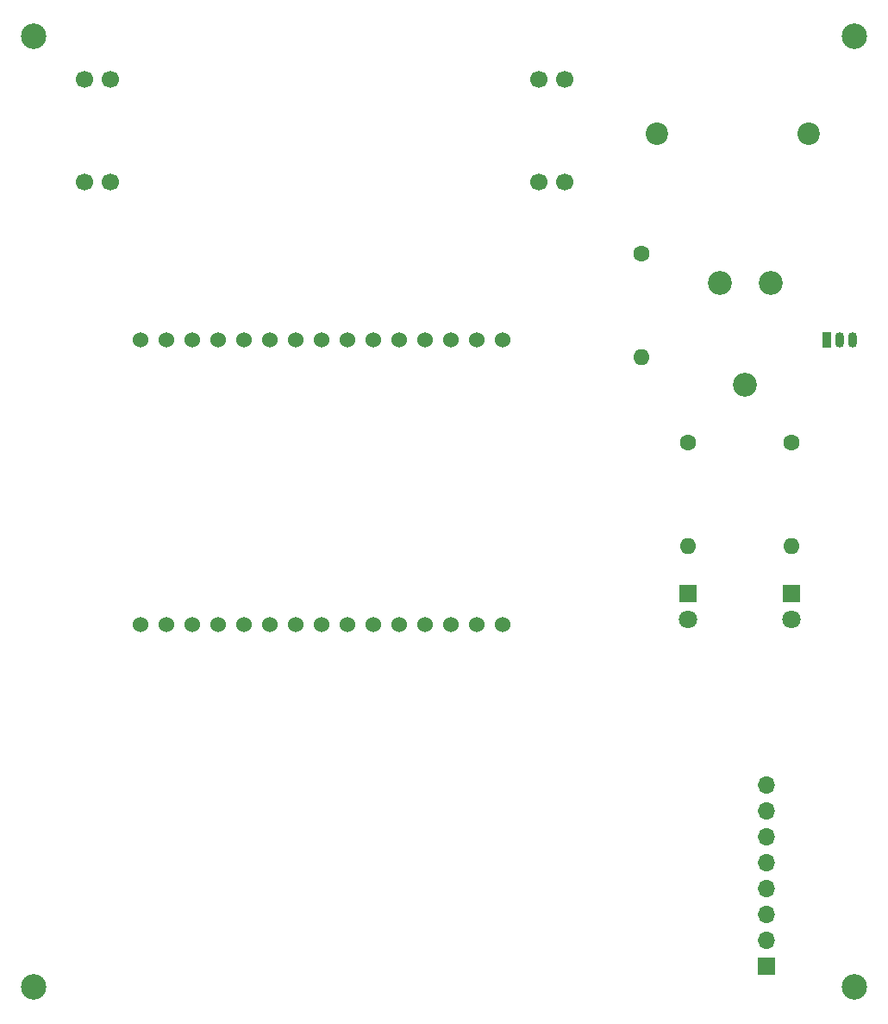
<source format=gbr>
G04 #@! TF.FileFunction,Copper,L1,Top,Signal*
%FSLAX46Y46*%
G04 Gerber Fmt 4.6, Leading zero omitted, Abs format (unit mm)*
G04 Created by KiCad (PCBNEW 4.0.7-e2-6376~58~ubuntu16.04.1) date Thu May 17 09:56:29 2018*
%MOMM*%
%LPD*%
G01*
G04 APERTURE LIST*
%ADD10C,0.100000*%
%ADD11C,2.200000*%
%ADD12R,1.800000X1.800000*%
%ADD13C,1.800000*%
%ADD14C,1.600000*%
%ADD15O,1.600000X1.600000*%
%ADD16C,1.524000*%
%ADD17C,2.340000*%
%ADD18C,2.500000*%
%ADD19O,0.900000X1.500000*%
%ADD20R,0.900000X1.500000*%
%ADD21R,1.700000X1.700000*%
%ADD22O,1.700000X1.700000*%
%ADD23C,1.700000*%
%ADD24C,0.250000*%
G04 APERTURE END LIST*
D10*
D11*
X175811000Y-70866000D03*
X190711000Y-70866000D03*
D12*
X178892200Y-115976400D03*
D13*
X178892200Y-118516400D03*
D12*
X189052200Y-115976400D03*
D13*
X189052200Y-118516400D03*
D14*
X178866800Y-101193600D03*
D15*
X178866800Y-111353600D03*
D14*
X189026800Y-101193600D03*
D15*
X189026800Y-111353600D03*
D16*
X160655000Y-91059000D03*
X158115000Y-91059000D03*
X155575000Y-91059000D03*
X153035000Y-91059000D03*
X150495000Y-91059000D03*
X147955000Y-91059000D03*
X145415000Y-91059000D03*
X142875000Y-91059000D03*
X140335000Y-91059000D03*
X137795000Y-91059000D03*
X135255000Y-91059000D03*
X132715000Y-91059000D03*
X130175000Y-91059000D03*
X127635000Y-91059000D03*
X125095000Y-91059000D03*
X125095000Y-118999000D03*
X127635000Y-118999000D03*
X130175000Y-118999000D03*
X132715000Y-118999000D03*
X135255000Y-118999000D03*
X137795000Y-118999000D03*
X140335000Y-118999000D03*
X142875000Y-118999000D03*
X145415000Y-118999000D03*
X147955000Y-118999000D03*
X150495000Y-118999000D03*
X153035000Y-118999000D03*
X155575000Y-118999000D03*
X158115000Y-118999000D03*
X160655000Y-118999000D03*
D17*
X187016400Y-85471000D03*
X184516400Y-95471000D03*
X182016400Y-85471000D03*
D18*
X114655600Y-61315600D03*
X114655600Y-154584400D03*
X195224400Y-154584400D03*
X195224400Y-61315600D03*
D14*
X174345600Y-82600800D03*
D15*
X174345600Y-92760800D03*
D19*
X193802000Y-91059000D03*
X195072000Y-91059000D03*
D20*
X192532000Y-91059000D03*
D21*
X186613800Y-152552400D03*
D22*
X186613800Y-150012400D03*
X186613800Y-147472400D03*
X186613800Y-144932400D03*
X186613800Y-142392400D03*
X186613800Y-139852400D03*
X186613800Y-137312400D03*
X186613800Y-134772400D03*
D23*
X164236400Y-75582000D03*
X164236400Y-65549000D03*
X166776400Y-65549000D03*
X119634000Y-75582000D03*
X122174000Y-75582000D03*
X166776400Y-75582000D03*
X122174000Y-65549000D03*
X119634000Y-65549000D03*
D24*
X192328800Y-91135200D02*
X192278000Y-91186000D01*
M02*

</source>
